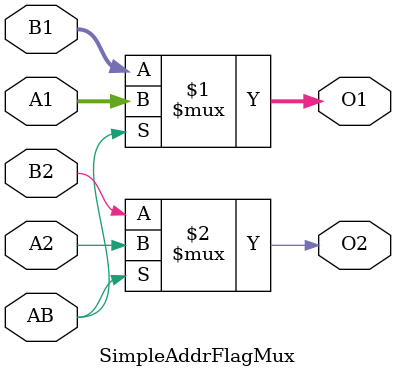
<source format=v>
module SimpleAddrFlagMux(A1, A2, B1, B2, AB, O1, O2);
input[15:0] A1, B1;
input A2, B2, AB;
output [15:0] O1;
output O2;
assign O1 = AB ? A1: B1;
assign O2 = AB ? A2: B2;
endmodule

</source>
